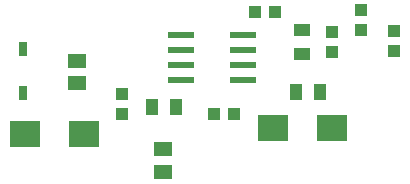
<source format=gtp>
G75*
%MOIN*%
%OFA0B0*%
%FSLAX25Y25*%
%IPPOS*%
%LPD*%
%AMOC8*
5,1,8,0,0,1.08239X$1,22.5*
%
%ADD10R,0.05906X0.05118*%
%ADD11R,0.10236X0.08661*%
%ADD12R,0.05512X0.04331*%
%ADD13R,0.08661X0.02362*%
%ADD14R,0.03937X0.04331*%
%ADD15R,0.04331X0.03937*%
%ADD16R,0.04331X0.05512*%
%ADD17R,0.02756X0.04724*%
D10*
X0069100Y0012360D03*
X0069100Y0019840D03*
X0040600Y0041860D03*
X0040600Y0049340D03*
D11*
X0023257Y0025100D03*
X0042943Y0025100D03*
X0105757Y0027100D03*
X0125443Y0027100D03*
D12*
X0115600Y0051663D03*
X0115600Y0059537D03*
D13*
X0095836Y0058100D03*
X0095836Y0053100D03*
X0095836Y0048100D03*
X0095836Y0043100D03*
X0075364Y0043100D03*
X0075364Y0048100D03*
X0075364Y0053100D03*
X0075364Y0058100D03*
D14*
X0099754Y0065600D03*
X0106446Y0065600D03*
X0092946Y0031600D03*
X0086254Y0031600D03*
D15*
X0055600Y0031754D03*
X0055600Y0038446D03*
X0125600Y0052254D03*
X0125600Y0058946D03*
X0135100Y0059754D03*
X0146100Y0059446D03*
X0146100Y0052754D03*
X0135100Y0066446D03*
D16*
X0121537Y0039100D03*
X0113663Y0039100D03*
X0073537Y0034100D03*
X0065663Y0034100D03*
D17*
X0022600Y0038817D03*
X0022600Y0053383D03*
M02*

</source>
